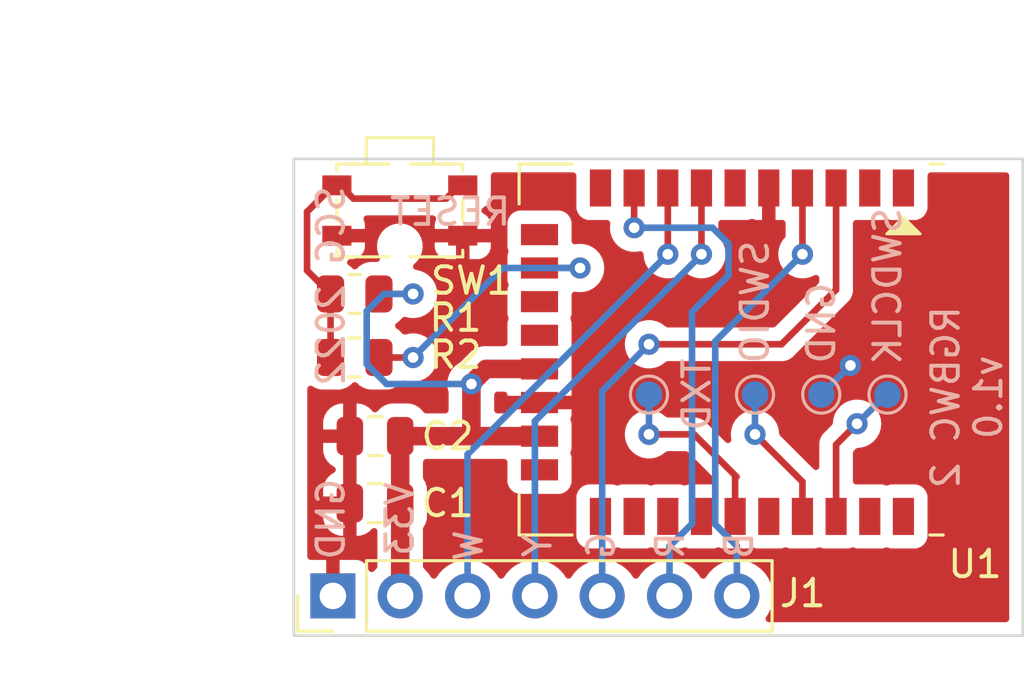
<source format=kicad_pcb>
(kicad_pcb (version 20211014) (generator pcbnew)
  (layers (0 "F.Cu" signal) (31 "B.Cu" signal) (34 "B.Paste" user) (35 "F.Paste" user) (36 "B.SilkS" user "B.Silkscreen") (37 "F.SilkS" user "F.Silkscreen") (38 "B.Mask" user) (39 "F.Mask" user) (44 "Edge.Cuts" user))
  (net 0 "")
  (net 3 "GNDD")
  (net 9 "LED_B")
  (net 15 "Net-(R1-Pad2)")
  (net 17 "Net-(U1-Pad33)")
  (net 18 "Net-(U1-Pad37)")
  (net 21 "LED_R")
  (net 22 "LED_G")
  (net 23 "LED_Y")
  (net 24 "LED_W")
  (net 25 "+3V3")
  (net 26 "Net-(U1-Pad39)")
  (net 27 "BTN")
  (footprint "Connector_PinHeader_2.54mm:PinHeader_1x07_P2.54mm_Vertical" (layer "F.Cu") (at 101.475 109.5 90)
    (fp_text reference "J1" (at 0.1 17.725 180) (layer "F.SilkS"))
    (fp_text value "MODULE")
    (fp_line (start -1.33 1.27) (end 1.33 1.27) (layer "F.SilkS") (width 0.12))
    (fp_line (start 1.33 1.27) (end 1.33 16.57) (layer "F.SilkS") (width 0.12))
    (fp_line (start -1.33 1.27) (end -1.33 16.57) (layer "F.SilkS") (width 0.12))
    (fp_line (start -1.33 16.57) (end 1.33 16.57) (layer "F.SilkS") (width 0.12))
    (fp_line (start -1.33 -1.33) (end 0 -1.33) (layer "F.SilkS") (width 0.12))
    (fp_line (start -1.33 0) (end -1.33 -1.33) (layer "F.SilkS") (width 0.12))
    (pad "1" thru_hole rect (at 0 0 90) (size 1.7 1.7) (drill 1) (layers *.Cu *.Mask) (net 3 "GNDD"))
    (pad "2" thru_hole oval (at 0 2.54 90) (size 1.7 1.7) (drill 1) (layers *.Cu *.Mask) (net 25 "+3V3"))
    (pad "3" thru_hole oval (at 0 5.08 90) (size 1.7 1.7) (drill 1) (layers *.Cu *.Mask) (net 24 "LED_W"))
    (pad "4" thru_hole oval (at 0 7.62 90) (size 1.7 1.7) (drill 1) (layers *.Cu *.Mask) (net 23 "LED_Y"))
    (pad "5" thru_hole oval (at 0 10.16 90) (size 1.7 1.7) (drill 1) (layers *.Cu *.Mask) (net 22 "LED_G"))
    (pad "6" thru_hole oval (at 0 12.7 90) (size 1.7 1.7) (drill 1) (layers *.Cu *.Mask) (net 21 "LED_R"))
    (pad "7" thru_hole oval (at 0 15.24 90) (size 1.7 1.7) (drill 1) (layers *.Cu *.Mask) (net 9 "LED_B"))
  )
  (footprint "Resistor_SMD:R_0805_2012Metric" (layer "F.Cu") (at 102.3 98.1 180)
    (fp_text reference "R1" (at -3.8 -0.9) (layer "F.SilkS"))
    (fp_text value "10K")
    (fp_line (start -0.227064 0.735) (end 0.227064 0.735) (layer "F.SilkS") (width 0.12))
    (fp_line (start -0.227064 -0.735) (end 0.227064 -0.735) (layer "F.SilkS") (width 0.12))
    (pad "1" smd roundrect (at -0.9125 0 180) (size 1.025 1.4) (layers "F.Cu" "F.Paste" "F.Mask") (roundrect_rratio 0.243902439) (net 25 "+3V3"))
    (pad "2" smd roundrect (at 0.9125 0 180) (size 1.025 1.4) (layers "F.Cu" "F.Paste" "F.Mask") (roundrect_rratio 0.243902439) (net 15 "Net-(R1-Pad2)"))
  )
  (footprint "Capacitor_SMD:C_0805_2012Metric" (layer "F.Cu") (at 103.065 106 180)
    (fp_text reference "C1" (at -2.735 0) (layer "F.SilkS"))
    (fp_text value "0.1")
    (fp_line (start -0.261252 -0.735) (end 0.261252 -0.735) (layer "F.SilkS") (width 0.12))
    (fp_line (start -0.261252 0.735) (end 0.261252 0.735) (layer "F.SilkS") (width 0.12))
    (pad "1" smd roundrect (at -0.95 0 180) (size 1 1.45) (layers "F.Cu" "F.Paste" "F.Mask") (net 25 "+3V3"))
    (pad "2" smd roundrect (at 0.95 0 180) (size 1 1.45) (layers "F.Cu" "F.Paste" "F.Mask") (net 3 "GNDD"))
  )
  (footprint "light_rgbwc_2:KLS7-TS6335" (layer "F.Cu") (at 104 94.95 180)
    (fp_text reference "SW1" (at -2.7 -2.65) (layer "F.SilkS"))
    (fp_text value "RESET" (at -1.9 -0.05) (layer "B.SilkS") (effects (justify mirror)))
    (fp_line (start -1.27 2.75) (end 1.27 2.75) (layer "F.SilkS") (width 0.12))
    (fp_line (start -2.375 -1.5) (end -2.375 -1.75) (layer "F.SilkS") (width 0.12))
    (fp_line (start 2.375 -0.4) (end 2.375 0.4) (layer "F.SilkS") (width 0.12))
    (fp_line (start -2.375 0.4) (end -2.375 -0.4) (layer "F.SilkS") (width 0.12))
    (fp_line (start -1.27 1.75) (end -1.27 2.75) (layer "F.SilkS") (width 0.12))
    (fp_line (start 2.375 -1.75) (end 2.375 -1.5) (layer "F.SilkS") (width 0.12))
    (fp_line (start -0.4 1.75) (end -2.375 1.75) (layer "F.SilkS") (width 0.12))
    (fp_line (start -2.375 1.75) (end -2.375 1.5) (layer "F.SilkS") (width 0.12))
    (fp_line (start 0.4 -1.75) (end 2.375 -1.75) (layer "F.SilkS") (width 0.12))
    (fp_line (start 2.375 1.75) (end 2.375 1.5) (layer "F.SilkS") (width 0.12))
    (fp_line (start -2.375 -1.75) (end -0.4 -1.75) (layer "F.SilkS") (width 0.12))
    (fp_line (start 1.27 2.75) (end 1.27 1.75) (layer "F.SilkS") (width 0.12))
    (fp_line (start 0.4 1.75) (end 2.375 1.75) (layer "F.SilkS") (width 0.12))
    (pad "" np_thru_hole circle locked (at 0 -1.35 180) (size 0.7 0.7) (drill 0.7) (layers *.Cu *.Mask))
    (pad "" np_thru_hole circle locked (at 0 1.35 180) (size 0.7 0.7) (drill 0.7) (layers *.Cu *.Mask))
    (pad "1" smd rect locked (at 2.375 -0.95 180) (size 1.1 0.75) (layers "F.Cu" "F.Paste" "F.Mask") (net 3 "GNDD"))
    (pad "1" smd rect locked (at -2.375 -0.95 180) (size 1.1 0.75) (layers "F.Cu" "F.Paste" "F.Mask") (net 3 "GNDD"))
    (pad "2" smd rect locked (at -2.375 0.95 180) (size 1.1 0.75) (layers "F.Cu" "F.Paste" "F.Mask") (net 15 "Net-(R1-Pad2)"))
    (pad "2" smd rect locked (at 2.375 0.95 180) (size 1.1 0.75) (layers "F.Cu" "F.Paste" "F.Mask") (net 15 "Net-(R1-Pad2)"))
  )
  (footprint "nrf5:E73-2G4M08S1C" (layer "F.Cu") (at 123 106.7 90)
    (fp_text reference "U1" (at -1.6 2.7 180) (layer "F.SilkS"))
    (fp_text value "E73-2G4M08S1C")
    (fp_line (start 12 -14.5) (end 13.5 -14.5) (layer "F.SilkS") (width 0.12))
    (fp_line (start 13.5 1.5) (end 13.5 1) (layer "F.SilkS") (width 0.12))
    (fp_line (start -0.5 -12.5) (end -0.5 -14.5) (layer "F.SilkS") (width 0.12))
    (fp_line (start 13.5 -14.5) (end 13.5 -12.5) (layer "F.SilkS") (width 0.12))
    (fp_line (start -0.5 -14.5) (end 1 -14.5) (layer "F.SilkS") (width 0.12))
    (fp_line (start -0.5 1) (end -0.5 1.5) (layer "F.SilkS") (width 0.12))
    (fp_poly (pts (xy 11.5 0) (xy 10.865 0.635) (xy 10.865 -0.635)) (layer "F.SilkS") (width 0.1) (fill solid))
    (pad "1" smd rect locked (at 12.600001 0 90) (size 1.4 0.8) (layers "F.Cu" "F.Paste" "F.Mask"))
    (pad "2" smd rect locked (at 12.600001 -1.27 90) (size 1.4 0.8) (layers "F.Cu" "F.Paste" "F.Mask"))
    (pad "3" smd rect locked (at 12.600001 -2.54 90) (size 1.4 0.8) (layers "F.Cu" "F.Paste" "F.Mask") (net 22 "LED_G"))
    (pad "4" smd rect locked (at 12.600001 -3.81 90) (size 1.4 0.8) (layers "F.Cu" "F.Paste" "F.Mask") (net 9 "LED_B"))
    (pad "5" smd rect locked (at 12.600001 -5.08 90) (size 1.4 0.8) (layers "F.Cu" "F.Paste" "F.Mask") (net 3 "GNDD"))
    (pad "6" smd rect locked (at 12.600001 -6.35 90) (size 1.4 0.8) (layers "F.Cu" "F.Paste" "F.Mask"))
    (pad "7" smd rect locked (at 12.600001 -7.62 90) (size 1.4 0.8) (layers "F.Cu" "F.Paste" "F.Mask") (net 23 "LED_Y"))
    (pad "8" smd rect locked (at 12.600001 -8.89 90) (size 1.4 0.8) (layers "F.Cu" "F.Paste" "F.Mask") (net 24 "LED_W"))
    (pad "9" smd rect locked (at 12.600001 -10.16 90) (size 1.4 0.8) (layers "F.Cu" "F.Paste" "F.Mask") (net 21 "LED_R"))
    (pad "10" smd rect locked (at 12.600001 -11.43 90) (size 1.4 0.8) (layers "F.Cu" "F.Paste" "F.Mask"))
    (pad "11" smd rect locked (at 10.840001 -13.729999 90) (size 0.8 1.4) (layers "F.Cu" "F.Paste" "F.Mask"))
    (pad "13" smd rect locked (at 9.58 -13.729999 90) (size 0.8 1.4) (layers "F.Cu" "F.Paste" "F.Mask") (net 27 "BTN"))
    (pad "15" smd rect locked (at 8.31 -13.729999 90) (size 0.8 1.4) (layers "F.Cu" "F.Paste" "F.Mask"))
    (pad "17" smd rect locked (at 7.04 -13.729999 90) (size 0.8 1.4) (layers "F.Cu" "F.Paste" "F.Mask"))
    (pad "19" smd rect locked (at 5.77 -13.729999 90) (size 0.8 1.4) (layers "F.Cu" "F.Paste" "F.Mask") (net 25 "+3V3"))
    (pad "21" smd rect locked (at 4.5 -13.729999 90) (size 0.8 1.4) (layers "F.Cu" "F.Paste" "F.Mask") (net 3 "GNDD"))
    (pad "23" smd rect locked (at 3.230001 -13.729999 90) (size 0.8 1.4) (layers "F.Cu" "F.Paste" "F.Mask") (net 25 "+3V3"))
    (pad "25" smd rect locked (at 1.960001 -13.729999 90) (size 0.8 1.4) (layers "F.Cu" "F.Paste" "F.Mask"))
    (pad "26" smd rect locked (at 0.2 -11.43 90) (size 1.4 0.8) (layers "F.Cu" "F.Paste" "F.Mask"))
    (pad "27" smd rect locked (at 0.2 -10.16 90) (size 1.4 0.8) (layers "F.Cu" "F.Paste" "F.Mask"))
    (pad "29" smd rect locked (at 0.2 -8.89 90) (size 1.4 0.8) (layers "F.Cu" "F.Paste" "F.Mask"))
    (pad "31" smd rect locked (at 0.2 -7.62 90) (size 1.4 0.8) (layers "F.Cu" "F.Paste" "F.Mask"))
    (pad "33" smd rect locked (at 0.2 -6.35 90) (size 1.4 0.8) (layers "F.Cu" "F.Paste" "F.Mask") (net 17 "Net-(U1-Pad33)"))
    (pad "35" smd rect locked (at 0.2 -5.08 90) (size 1.4 0.8) (layers "F.Cu" "F.Paste" "F.Mask"))
    (pad "37" smd rect locked (at 0.2 -3.81 90) (size 1.4 0.8) (layers "F.Cu" "F.Paste" "F.Mask") (net 18 "Net-(U1-Pad37)"))
    (pad "39" smd rect locked (at 0.2 -2.54 90) (size 1.4 0.8) (layers "F.Cu" "F.Paste" "F.Mask") (net 26 "Net-(U1-Pad39)"))
    (pad "41" smd rect locked (at 0.2 -1.27 90) (size 1.4 0.8) (layers "F.Cu" "F.Paste" "F.Mask"))
    (pad "43" smd rect locked (at 0.2 0 90) (size 1.4 0.8) (layers "F.Cu" "F.Paste" "F.Mask"))
  )
  (footprint "Capacitor_SMD:C_0805_2012Metric" (layer "F.Cu") (at 103.065 103.469999 180)
    (fp_text reference "C2" (at -2.735 0) (layer "F.SilkS"))
    (fp_text value "10")
    (fp_line (start -0.261252 0.735) (end 0.261252 0.735) (layer "F.SilkS") (width 0.12))
    (fp_line (start -0.261252 -0.735) (end 0.261252 -0.735) (layer "F.SilkS") (width 0.12))
    (pad "1" smd roundrect locked (at -0.95 0 180) (size 1 1.45) (layers "F.Cu" "F.Paste" "F.Mask") (net 25 "+3V3"))
    (pad "2" smd roundrect locked (at 0.95 0 180) (size 1 1.45) (layers "F.Cu" "F.Paste" "F.Mask") (net 3 "GNDD"))
  )
  (footprint "Resistor_SMD:R_0805_2012Metric" (layer "F.Cu") (at 102.3 100.5)
    (fp_text reference "R2" (at 3.8 -0.1) (layer "F.SilkS"))
    (fp_text value "1K")
    (fp_line (start -0.227064 -0.735) (end 0.227064 -0.735) (layer "F.SilkS") (width 0.12))
    (fp_line (start -0.227064 0.735) (end 0.227064 0.735) (layer "F.SilkS") (width 0.12))
    (pad "1" smd roundrect (at -0.9125 0) (size 1.025 1.4) (layers "F.Cu" "F.Paste" "F.Mask") (roundrect_rratio 0.243902439) (net 15 "Net-(R1-Pad2)"))
    (pad "2" smd roundrect (at 0.9125 0) (size 1.025 1.4) (layers "F.Cu" "F.Paste" "F.Mask") (roundrect_rratio 0.243902439) (net 27 "BTN"))
  )
  (footprint "TestPoint:TestPoint_Pad_D1.0mm" (layer "B.Cu") (at 119.9 101.9 180)
    (fp_text reference "TP4" hide)
    (fp_text value "GND" (at 0 2.7 90) (layer "B.SilkS") (effects (justify mirror)))
    (fp_circle (center 0 0) (end 0 -0.7) (layer "B.SilkS") (width 0.12) (fill none))
    (pad "1" smd circle locked (at 0 0 180) (size 1 1) (layers "B.Cu" "B.Mask") (net 3 "GNDD"))
  )
  (footprint "TestPoint:TestPoint_Pad_D1.0mm" (layer "B.Cu") (at 113.4 101.9 180)
    (fp_text reference "TP1" hide)
    (fp_text value "TXD" (at -1.8 0 90) (layer "B.SilkS") (effects (justify mirror)))
    (fp_circle (center 0 0) (end 0 -0.7) (layer "B.SilkS") (width 0.12) (fill none))
    (pad "1" smd circle locked (at 0 0 180) (size 1 1) (layers "B.Cu" "B.Mask") (net 17 "Net-(U1-Pad33)"))
  )
  (footprint "TestPoint:TestPoint_Pad_D1.0mm" (layer "B.Cu") (at 117.4 101.9 180)
    (fp_text reference "TP2" hide)
    (fp_text value "SWDIO" (at 0 3.5 90) (layer "B.SilkS") (effects (justify mirror)))
    (fp_circle (center 0 0) (end 0 -0.7) (layer "B.SilkS") (width 0.12) (fill none))
    (pad "1" smd circle locked (at 0 0 180) (size 1 1) (layers "B.Cu" "B.Mask") (net 18 "Net-(U1-Pad37)"))
  )
  (footprint "TestPoint:TestPoint_Pad_D1.0mm" (layer "B.Cu") (at 122.4 101.9 180)
    (fp_text reference "TP3" hide)
    (fp_text value "SWDCLK" (at 0 4.1 90) (layer "B.SilkS") (effects (justify mirror)))
    (fp_circle (center 0 0) (end 0 -0.7) (layer "B.SilkS") (width 0.12) (fill none))
    (pad "1" smd circle locked (at 0 0 180) (size 1 1) (layers "B.Cu" "B.Mask") (net 26 "Net-(U1-Pad39)"))
  )
  (gr_rect locked (start 100 111) (end 127.5 93) (layer "Edge.Cuts") (width 0.1) (fill none))
  (gr_text "GND" (at 101.4 106.6 90) (layer "B.SilkS") (effects (font (size 1 1)) (justify mirror)))
  (gr_text "SCG 2022" (at 101.4 97.8 90) (layer "B.SilkS") (effects (font (size 1 1)) (justify mirror)))
  (gr_text "R" (at 114.2 107.6 90) (layer "B.SilkS") (effects (font (size 1 1)) (justify mirror)))
  (gr_text "W" (at 106.6 107.6 90) (layer "B.SilkS") (effects (font (size 1 1)) (justify mirror)))
  (gr_text "RGBWC 2\nv1.0" (at 125.4 102 90) (layer "B.SilkS") (effects (font (size 1 1)) (justify mirror)))
  (gr_text "B" (at 116.8 107.6 90) (layer "B.SilkS") (effects (font (size 1 1)) (justify mirror)))
  (gr_text "V33" (at 104 106.6 90) (layer "B.SilkS") (effects (font (size 1 1)) (justify mirror)))
  (gr_text "Y" (at 109.2 107.6 90) (layer "B.SilkS") (effects (font (size 1 1)) (justify mirror)))
  (gr_text "G" (at 111.6 107.6 90) (layer "B.SilkS") (effects (font (size 1 1)) (justify mirror)))
  (via (at 121 100.8) (size 0.8) (drill 0.4) (layers "F.Cu" "B.Cu") (net 3))
  (segment (start 121 100.8) (end 119.9 101.9) (width 0.25) (layer "B.Cu") (net 3))
  (segment (start 119.19 96.59) (end 119.19 94.099999) (width 0.25) (layer "F.Cu") (net 9))
  (via (at 119.19 96.6) (size 0.8) (drill 0.4) (layers "F.Cu" "B.Cu") (net 9))
  (segment (start 115.9 106.8) (end 116.715 107.615) (width 0.25) (layer "B.Cu") (net 9))
  (segment (start 115.9 99.89) (end 115.9 106.8) (width 0.25) (layer "B.Cu") (net 9))
  (segment (start 116.715 107.615) (end 116.715 109.5) (width 0.25) (layer "B.Cu") (net 9))
  (segment (start 119.19 96.6) (end 115.9 99.89) (width 0.25) (layer "B.Cu") (net 9))
  (segment (start 100.5 97.2125) (end 100.5 95) (width 0.25) (layer "F.Cu") (net 15))
  (segment (start 101.5 94) (end 101.625 94) (width 0.25) (layer "F.Cu") (net 15))
  (segment (start 101.3875 98.1) (end 100.5 97.2125) (width 0.25) (layer "F.Cu") (net 15))
  (segment (start 102.25 94.5) (end 105.75 94.5) (width 0.25) (layer "F.Cu") (net 15))
  (segment (start 101.3875 100.5) (end 101.3875 98.1) (width 0.25) (layer "F.Cu") (net 15))
  (segment (start 105.75 94.5) (end 106.25 94) (width 0.25) (layer "F.Cu") (net 15))
  (segment (start 101.625 94) (end 101.75 94) (width 0.25) (layer "F.Cu") (net 15))
  (segment (start 101.75 94) (end 102.25 94.5) (width 0.25) (layer "F.Cu") (net 15))
  (segment (start 106.25 94) (end 106.375 94) (width 0.25) (layer "F.Cu") (net 15))
  (segment (start 100.5 95) (end 101.5 94) (width 0.25) (layer "F.Cu") (net 15))
  (segment (start 115.1 103.4) (end 116.7 105) (width 0.25) (layer "F.Cu") (net 17))
  (segment (start 116.65 105.05) (end 116.65 106.5) (width 0.25) (layer "F.Cu") (net 17))
  (segment (start 113.4 103.4) (end 115.1 103.4) (width 0.25) (layer "F.Cu") (net 17))
  (segment (start 116.7 105) (end 116.65 105.05) (width 0.25) (layer "F.Cu") (net 17))
  (via (at 113.4 103.4) (size 0.8) (drill 0.4) (layers "F.Cu" "B.Cu") (net 17))
  (segment (start 113.4 101.9) (end 113.4 103.4) (width 0.25) (layer "B.Cu") (net 17))
  (segment (start 117.4 103.4) (end 119.19 105.19) (width 0.25) (layer "F.Cu") (net 18))
  (segment (start 119.19 105.19) (end 119.19 106.5) (width 0.25) (layer "F.Cu") (net 18))
  (via (at 117.4 103.4) (size 0.8) (drill 0.4) (layers "F.Cu" "B.Cu") (net 18))
  (segment (start 117.4 101.9) (end 117.4 103.4) (width 0.25) (layer "B.Cu") (net 18))
  (segment (start 112.84 94.099999) (end 112.84 95.6) (width 0.25) (layer "F.Cu") (net 21))
  (via (at 112.84 95.6) (size 0.8) (drill 0.4) (layers "F.Cu" "B.Cu") (net 21))
  (segment (start 112.84 95.6) (end 115.8 95.6) (width 0.25) (layer "B.Cu") (net 21))
  (segment (start 114.175 107.625) (end 114.175 109.5) (width 0.25) (layer "B.Cu") (net 21))
  (segment (start 115.025 98.775) (end 115.025 106.775) (width 0.25) (layer "B.Cu") (net 21))
  (segment (start 115.025 106.775) (end 114.175 107.625) (width 0.25) (layer "B.Cu") (net 21))
  (segment (start 116.4 97.4) (end 115.025 98.775) (width 0.25) (layer "B.Cu") (net 21))
  (segment (start 116.4 96.2) (end 116.4 97.4) (width 0.25) (layer "B.Cu") (net 21))
  (segment (start 115.8 95.6) (end 116.4 96.2) (width 0.25) (layer "B.Cu") (net 21))
  (segment (start 118.4 100) (end 120.46 97.94) (width 0.25) (layer "F.Cu") (net 22))
  (segment (start 120.46 97.94) (end 120.46 94.099999) (width 0.25) (layer "F.Cu") (net 22))
  (segment (start 113.4 100) (end 118.4 100) (width 0.25) (layer "F.Cu") (net 22))
  (via (at 113.4 100) (size 0.8) (drill 0.4) (layers "F.Cu" "B.Cu") (net 22))
  (segment (start 111.635 101.765) (end 111.635 109.5) (width 0.25) (layer "B.Cu") (net 22))
  (segment (start 113.4 100) (end 111.635 101.765) (width 0.25) (layer "B.Cu") (net 22))
  (segment (start 115.38 96.6) (end 115.38 94.099999) (width 0.25) (layer "F.Cu") (net 23))
  (via (at 115.38 96.6) (size 0.8) (drill 0.4) (layers "F.Cu" "B.Cu") (net 23))
  (segment (start 115.4 96.6) (end 109.095 102.905) (width 0.25) (layer "B.Cu") (net 23))
  (segment (start 109.095 102.905) (end 109.095 109.5) (width 0.25) (layer "B.Cu") (net 23))
  (segment (start 114.11 94.099999) (end 114.11 96.6) (width 0.25) (layer "F.Cu") (net 24))
  (via (at 114.11 96.6) (size 0.8) (drill 0.4) (layers "F.Cu" "B.Cu") (net 24))
  (segment (start 114.11 96.6) (end 106.555 104.155) (width 0.25) (layer "B.Cu") (net 24))
  (segment (start 106.555 104.155) (end 106.555 109.5) (width 0.25) (layer "B.Cu") (net 24))
  (segment (start 104.015 103.469999) (end 104.015 106) (width 0.7) (layer "F.Cu") (net 25))
  (segment (start 106.7 101.48) (end 107.25 100.93) (width 0.7) (layer "F.Cu") (net 25))
  (segment (start 109.270001 103.469999) (end 106.7 103.469999) (width 0.7) (layer "F.Cu") (net 25))
  (segment (start 103.2125 98.1) (end 104.5 98.1) (width 0.25) (layer "F.Cu") (net 25))
  (segment (start 106.7 103.469999) (end 106.7 101.5) (width 0.7) (layer "F.Cu") (net 25))
  (segment (start 106.7 101.5) (end 106.7 101.48) (width 0.7) (layer "F.Cu") (net 25))
  (segment (start 104.015 103.469999) (end 106.7 103.469999) (width 0.7) (layer "F.Cu") (net 25))
  (segment (start 104.015 109.5) (end 104.015 106) (width 0.7) (layer "F.Cu") (net 25))
  (segment (start 109.270001 100.93) (end 107.25 100.93) (width 0.7) (layer "F.Cu") (net 25))
  (via (at 106.7 101.5) (size 0.8) (drill 0.4) (layers "F.Cu" "B.Cu") (net 25))
  (via (at 104.5 98.1) (size 0.8) (drill 0.4) (layers "F.Cu" "B.Cu") (net 25))
  (segment (start 103.5 101.5) (end 106.68 101.5) (width 0.25) (layer "B.Cu") (net 25))
  (segment (start 102.75 100.75) (end 103.5 101.5) (width 0.25) (layer "B.Cu") (net 25))
  (segment (start 102.75 98.75) (end 102.75 100.75) (width 0.25) (layer "B.Cu") (net 25))
  (segment (start 104.5 98.1) (end 103.4 98.1) (width 0.25) (layer "B.Cu") (net 25))
  (segment (start 103.4 98.1) (end 102.75 98.75) (width 0.25) (layer "B.Cu") (net 25))
  (segment (start 120.46 103.79) (end 120.46 106.5) (width 0.25) (layer "F.Cu") (net 26))
  (segment (start 121.25 103) (end 120.46 103.79) (width 0.25) (layer "F.Cu") (net 26))
  (via (at 121.25 103) (size 0.8) (drill 0.4) (layers "F.Cu" "B.Cu") (net 26))
  (segment (start 122.4 101.9) (end 122.35 101.9) (width 0.25) (layer "B.Cu") (net 26))
  (segment (start 122.35 101.9) (end 121.25 103) (width 0.25) (layer "B.Cu") (net 26))
  (segment (start 103.2125 100.5) (end 104.5 100.5) (width 0.25) (layer "F.Cu") (net 27))
  (segment (start 109.270001 97.12) (end 110.8 97.12) (width 0.25) (layer "F.Cu") (net 27))
  (via (at 104.5 100.5) (size 0.8) (drill 0.4) (layers "F.Cu" "B.Cu") (net 27))
  (via (at 110.8 97.12) (size 0.8) (drill 0.4) (layers "F.Cu" "B.Cu") (net 27))
  (segment (start 104.5 100.5) (end 107.88 97.12) (width 0.25) (layer "B.Cu") (net 27))
  (segment (start 107.88 97.12) (end 110.8 97.12) (width 0.25) (layer "B.Cu") (net 27))
  (zone (net 3) (net_name "GNDD") (layer "F.Cu") (connect_pads (clearance 0.508)) (min_thickness 0.254) (fill yes (thermal_gap 0.508) (thermal_bridge_width 0.508))
    (polygon (pts (xy 127.3 110.8) (xy 100.2 110.9) (xy 100.2 93.2) (xy 127.3 93.2)))
  )
)
</source>
